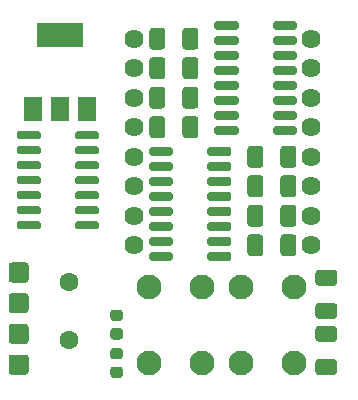
<source format=gbr>
%TF.GenerationSoftware,KiCad,Pcbnew,5.1.6*%
%TF.CreationDate,2020-06-28T23:45:08-05:00*%
%TF.ProjectId,watchKiCad,77617463-684b-4694-9361-642e6b696361,0*%
%TF.SameCoordinates,Original*%
%TF.FileFunction,Soldermask,Top*%
%TF.FilePolarity,Negative*%
%FSLAX46Y46*%
G04 Gerber Fmt 4.6, Leading zero omitted, Abs format (unit mm)*
G04 Created by KiCad (PCBNEW 5.1.6) date 2020-06-28 23:45:08*
%MOMM*%
%LPD*%
G01*
G04 APERTURE LIST*
%ADD10C,1.624000*%
%ADD11C,2.100000*%
%ADD12R,3.900000X2.100000*%
%ADD13R,1.600000X2.100000*%
%ADD14C,1.600000*%
G04 APERTURE END LIST*
%TO.C,REF\u002A\u002A*%
G36*
G01*
X127300000Y-114584800D02*
X127300000Y-113415200D01*
G75*
G02*
X127565200Y-113150000I265200J0D01*
G01*
X128734800Y-113150000D01*
G75*
G02*
X129000000Y-113415200I0J-265200D01*
G01*
X129000000Y-114584800D01*
G75*
G02*
X128734800Y-114850000I-265200J0D01*
G01*
X127565200Y-114850000D01*
G75*
G02*
X127300000Y-114584800I0J265200D01*
G01*
G37*
%TD*%
%TO.C,REF\u002A\u002A*%
G36*
G01*
X127300000Y-117184800D02*
X127300000Y-116015200D01*
G75*
G02*
X127565200Y-115750000I265200J0D01*
G01*
X128734800Y-115750000D01*
G75*
G02*
X129000000Y-116015200I0J-265200D01*
G01*
X129000000Y-117184800D01*
G75*
G02*
X128734800Y-117450000I-265200J0D01*
G01*
X127565200Y-117450000D01*
G75*
G02*
X127300000Y-117184800I0J265200D01*
G01*
G37*
%TD*%
%TO.C,REF\u002A\u002A*%
G36*
G01*
X127300000Y-119784800D02*
X127300000Y-118615200D01*
G75*
G02*
X127565200Y-118350000I265200J0D01*
G01*
X128734800Y-118350000D01*
G75*
G02*
X129000000Y-118615200I0J-265200D01*
G01*
X129000000Y-119784800D01*
G75*
G02*
X128734800Y-120050000I-265200J0D01*
G01*
X127565200Y-120050000D01*
G75*
G02*
X127300000Y-119784800I0J265200D01*
G01*
G37*
%TD*%
%TO.C,REF\u002A\u002A*%
G36*
G01*
X127300000Y-122384800D02*
X127300000Y-121215200D01*
G75*
G02*
X127565200Y-120950000I265200J0D01*
G01*
X128734800Y-120950000D01*
G75*
G02*
X129000000Y-121215200I0J-265200D01*
G01*
X129000000Y-122384800D01*
G75*
G02*
X128734800Y-122650000I-265200J0D01*
G01*
X127565200Y-122650000D01*
G75*
G02*
X127300000Y-122384800I0J265200D01*
G01*
G37*
%TD*%
%TO.C,U2*%
G36*
G01*
X127975000Y-102565000D02*
X127975000Y-102215000D01*
G75*
G02*
X128150000Y-102040000I175000J0D01*
G01*
X129850000Y-102040000D01*
G75*
G02*
X130025000Y-102215000I0J-175000D01*
G01*
X130025000Y-102565000D01*
G75*
G02*
X129850000Y-102740000I-175000J0D01*
G01*
X128150000Y-102740000D01*
G75*
G02*
X127975000Y-102565000I0J175000D01*
G01*
G37*
G36*
G01*
X127975000Y-103835000D02*
X127975000Y-103485000D01*
G75*
G02*
X128150000Y-103310000I175000J0D01*
G01*
X129850000Y-103310000D01*
G75*
G02*
X130025000Y-103485000I0J-175000D01*
G01*
X130025000Y-103835000D01*
G75*
G02*
X129850000Y-104010000I-175000J0D01*
G01*
X128150000Y-104010000D01*
G75*
G02*
X127975000Y-103835000I0J175000D01*
G01*
G37*
G36*
G01*
X127975000Y-105105000D02*
X127975000Y-104755000D01*
G75*
G02*
X128150000Y-104580000I175000J0D01*
G01*
X129850000Y-104580000D01*
G75*
G02*
X130025000Y-104755000I0J-175000D01*
G01*
X130025000Y-105105000D01*
G75*
G02*
X129850000Y-105280000I-175000J0D01*
G01*
X128150000Y-105280000D01*
G75*
G02*
X127975000Y-105105000I0J175000D01*
G01*
G37*
G36*
G01*
X127975000Y-106375000D02*
X127975000Y-106025000D01*
G75*
G02*
X128150000Y-105850000I175000J0D01*
G01*
X129850000Y-105850000D01*
G75*
G02*
X130025000Y-106025000I0J-175000D01*
G01*
X130025000Y-106375000D01*
G75*
G02*
X129850000Y-106550000I-175000J0D01*
G01*
X128150000Y-106550000D01*
G75*
G02*
X127975000Y-106375000I0J175000D01*
G01*
G37*
G36*
G01*
X127975000Y-107645000D02*
X127975000Y-107295000D01*
G75*
G02*
X128150000Y-107120000I175000J0D01*
G01*
X129850000Y-107120000D01*
G75*
G02*
X130025000Y-107295000I0J-175000D01*
G01*
X130025000Y-107645000D01*
G75*
G02*
X129850000Y-107820000I-175000J0D01*
G01*
X128150000Y-107820000D01*
G75*
G02*
X127975000Y-107645000I0J175000D01*
G01*
G37*
G36*
G01*
X127975000Y-108915000D02*
X127975000Y-108565000D01*
G75*
G02*
X128150000Y-108390000I175000J0D01*
G01*
X129850000Y-108390000D01*
G75*
G02*
X130025000Y-108565000I0J-175000D01*
G01*
X130025000Y-108915000D01*
G75*
G02*
X129850000Y-109090000I-175000J0D01*
G01*
X128150000Y-109090000D01*
G75*
G02*
X127975000Y-108915000I0J175000D01*
G01*
G37*
G36*
G01*
X127975000Y-110185000D02*
X127975000Y-109835000D01*
G75*
G02*
X128150000Y-109660000I175000J0D01*
G01*
X129850000Y-109660000D01*
G75*
G02*
X130025000Y-109835000I0J-175000D01*
G01*
X130025000Y-110185000D01*
G75*
G02*
X129850000Y-110360000I-175000J0D01*
G01*
X128150000Y-110360000D01*
G75*
G02*
X127975000Y-110185000I0J175000D01*
G01*
G37*
G36*
G01*
X132925000Y-110185000D02*
X132925000Y-109835000D01*
G75*
G02*
X133100000Y-109660000I175000J0D01*
G01*
X134800000Y-109660000D01*
G75*
G02*
X134975000Y-109835000I0J-175000D01*
G01*
X134975000Y-110185000D01*
G75*
G02*
X134800000Y-110360000I-175000J0D01*
G01*
X133100000Y-110360000D01*
G75*
G02*
X132925000Y-110185000I0J175000D01*
G01*
G37*
G36*
G01*
X132925000Y-108915000D02*
X132925000Y-108565000D01*
G75*
G02*
X133100000Y-108390000I175000J0D01*
G01*
X134800000Y-108390000D01*
G75*
G02*
X134975000Y-108565000I0J-175000D01*
G01*
X134975000Y-108915000D01*
G75*
G02*
X134800000Y-109090000I-175000J0D01*
G01*
X133100000Y-109090000D01*
G75*
G02*
X132925000Y-108915000I0J175000D01*
G01*
G37*
G36*
G01*
X132925000Y-107645000D02*
X132925000Y-107295000D01*
G75*
G02*
X133100000Y-107120000I175000J0D01*
G01*
X134800000Y-107120000D01*
G75*
G02*
X134975000Y-107295000I0J-175000D01*
G01*
X134975000Y-107645000D01*
G75*
G02*
X134800000Y-107820000I-175000J0D01*
G01*
X133100000Y-107820000D01*
G75*
G02*
X132925000Y-107645000I0J175000D01*
G01*
G37*
G36*
G01*
X132925000Y-106375000D02*
X132925000Y-106025000D01*
G75*
G02*
X133100000Y-105850000I175000J0D01*
G01*
X134800000Y-105850000D01*
G75*
G02*
X134975000Y-106025000I0J-175000D01*
G01*
X134975000Y-106375000D01*
G75*
G02*
X134800000Y-106550000I-175000J0D01*
G01*
X133100000Y-106550000D01*
G75*
G02*
X132925000Y-106375000I0J175000D01*
G01*
G37*
G36*
G01*
X132925000Y-105105000D02*
X132925000Y-104755000D01*
G75*
G02*
X133100000Y-104580000I175000J0D01*
G01*
X134800000Y-104580000D01*
G75*
G02*
X134975000Y-104755000I0J-175000D01*
G01*
X134975000Y-105105000D01*
G75*
G02*
X134800000Y-105280000I-175000J0D01*
G01*
X133100000Y-105280000D01*
G75*
G02*
X132925000Y-105105000I0J175000D01*
G01*
G37*
G36*
G01*
X132925000Y-103835000D02*
X132925000Y-103485000D01*
G75*
G02*
X133100000Y-103310000I175000J0D01*
G01*
X134800000Y-103310000D01*
G75*
G02*
X134975000Y-103485000I0J-175000D01*
G01*
X134975000Y-103835000D01*
G75*
G02*
X134800000Y-104010000I-175000J0D01*
G01*
X133100000Y-104010000D01*
G75*
G02*
X132925000Y-103835000I0J175000D01*
G01*
G37*
G36*
G01*
X132925000Y-102565000D02*
X132925000Y-102215000D01*
G75*
G02*
X133100000Y-102040000I175000J0D01*
G01*
X134800000Y-102040000D01*
G75*
G02*
X134975000Y-102215000I0J-175000D01*
G01*
X134975000Y-102565000D01*
G75*
G02*
X134800000Y-102740000I-175000J0D01*
G01*
X133100000Y-102740000D01*
G75*
G02*
X132925000Y-102565000I0J175000D01*
G01*
G37*
%TD*%
D10*
%TO.C,U5*%
X137950000Y-94200000D03*
X137950000Y-96700000D03*
X137950000Y-99200000D03*
X137950000Y-101700000D03*
X137950000Y-104200000D03*
X137950000Y-106700000D03*
X137950000Y-109200000D03*
X137950000Y-111700000D03*
X152950000Y-111700000D03*
X152950000Y-109200000D03*
X152950000Y-106700000D03*
X152950000Y-104200000D03*
X152950000Y-101700000D03*
X152950000Y-99200000D03*
X152950000Y-96700000D03*
X152950000Y-94200000D03*
%TD*%
D11*
%TO.C,SW1*%
X139200000Y-115200000D03*
X143700000Y-115200000D03*
X139200000Y-121700000D03*
X143700000Y-121700000D03*
%TD*%
%TO.C,SW2*%
X146950000Y-115200000D03*
X151450000Y-115200000D03*
X146950000Y-121700000D03*
X151450000Y-121700000D03*
%TD*%
%TO.C,C1*%
G36*
G01*
X136731250Y-122937500D02*
X136168750Y-122937500D01*
G75*
G02*
X135925000Y-122693750I0J243750D01*
G01*
X135925000Y-122206250D01*
G75*
G02*
X136168750Y-121962500I243750J0D01*
G01*
X136731250Y-121962500D01*
G75*
G02*
X136975000Y-122206250I0J-243750D01*
G01*
X136975000Y-122693750D01*
G75*
G02*
X136731250Y-122937500I-243750J0D01*
G01*
G37*
G36*
G01*
X136731250Y-121362500D02*
X136168750Y-121362500D01*
G75*
G02*
X135925000Y-121118750I0J243750D01*
G01*
X135925000Y-120631250D01*
G75*
G02*
X136168750Y-120387500I243750J0D01*
G01*
X136731250Y-120387500D01*
G75*
G02*
X136975000Y-120631250I0J-243750D01*
G01*
X136975000Y-121118750D01*
G75*
G02*
X136731250Y-121362500I-243750J0D01*
G01*
G37*
%TD*%
%TO.C,C2*%
G36*
G01*
X136168750Y-118712500D02*
X136731250Y-118712500D01*
G75*
G02*
X136975000Y-118956250I0J-243750D01*
G01*
X136975000Y-119443750D01*
G75*
G02*
X136731250Y-119687500I-243750J0D01*
G01*
X136168750Y-119687500D01*
G75*
G02*
X135925000Y-119443750I0J243750D01*
G01*
X135925000Y-118956250D01*
G75*
G02*
X136168750Y-118712500I243750J0D01*
G01*
G37*
G36*
G01*
X136168750Y-117137500D02*
X136731250Y-117137500D01*
G75*
G02*
X136975000Y-117381250I0J-243750D01*
G01*
X136975000Y-117868750D01*
G75*
G02*
X136731250Y-118112500I-243750J0D01*
G01*
X136168750Y-118112500D01*
G75*
G02*
X135925000Y-117868750I0J243750D01*
G01*
X135925000Y-117381250D01*
G75*
G02*
X136168750Y-117137500I243750J0D01*
G01*
G37*
%TD*%
%TO.C,R1*%
G36*
G01*
X154855000Y-122675000D02*
X153545000Y-122675000D01*
G75*
G02*
X153275000Y-122405000I0J270000D01*
G01*
X153275000Y-121595000D01*
G75*
G02*
X153545000Y-121325000I270000J0D01*
G01*
X154855000Y-121325000D01*
G75*
G02*
X155125000Y-121595000I0J-270000D01*
G01*
X155125000Y-122405000D01*
G75*
G02*
X154855000Y-122675000I-270000J0D01*
G01*
G37*
G36*
G01*
X154855000Y-119875000D02*
X153545000Y-119875000D01*
G75*
G02*
X153275000Y-119605000I0J270000D01*
G01*
X153275000Y-118795000D01*
G75*
G02*
X153545000Y-118525000I270000J0D01*
G01*
X154855000Y-118525000D01*
G75*
G02*
X155125000Y-118795000I0J-270000D01*
G01*
X155125000Y-119605000D01*
G75*
G02*
X154855000Y-119875000I-270000J0D01*
G01*
G37*
%TD*%
%TO.C,R2*%
G36*
G01*
X153545000Y-116575000D02*
X154855000Y-116575000D01*
G75*
G02*
X155125000Y-116845000I0J-270000D01*
G01*
X155125000Y-117655000D01*
G75*
G02*
X154855000Y-117925000I-270000J0D01*
G01*
X153545000Y-117925000D01*
G75*
G02*
X153275000Y-117655000I0J270000D01*
G01*
X153275000Y-116845000D01*
G75*
G02*
X153545000Y-116575000I270000J0D01*
G01*
G37*
G36*
G01*
X153545000Y-113775000D02*
X154855000Y-113775000D01*
G75*
G02*
X155125000Y-114045000I0J-270000D01*
G01*
X155125000Y-114855000D01*
G75*
G02*
X154855000Y-115125000I-270000J0D01*
G01*
X153545000Y-115125000D01*
G75*
G02*
X153275000Y-114855000I0J270000D01*
G01*
X153275000Y-114045000D01*
G75*
G02*
X153545000Y-113775000I270000J0D01*
G01*
G37*
%TD*%
%TO.C,R3*%
G36*
G01*
X142025000Y-94855000D02*
X142025000Y-93545000D01*
G75*
G02*
X142295000Y-93275000I270000J0D01*
G01*
X143105000Y-93275000D01*
G75*
G02*
X143375000Y-93545000I0J-270000D01*
G01*
X143375000Y-94855000D01*
G75*
G02*
X143105000Y-95125000I-270000J0D01*
G01*
X142295000Y-95125000D01*
G75*
G02*
X142025000Y-94855000I0J270000D01*
G01*
G37*
G36*
G01*
X139225000Y-94855000D02*
X139225000Y-93545000D01*
G75*
G02*
X139495000Y-93275000I270000J0D01*
G01*
X140305000Y-93275000D01*
G75*
G02*
X140575000Y-93545000I0J-270000D01*
G01*
X140575000Y-94855000D01*
G75*
G02*
X140305000Y-95125000I-270000J0D01*
G01*
X139495000Y-95125000D01*
G75*
G02*
X139225000Y-94855000I0J270000D01*
G01*
G37*
%TD*%
%TO.C,R4*%
G36*
G01*
X139225000Y-97355000D02*
X139225000Y-96045000D01*
G75*
G02*
X139495000Y-95775000I270000J0D01*
G01*
X140305000Y-95775000D01*
G75*
G02*
X140575000Y-96045000I0J-270000D01*
G01*
X140575000Y-97355000D01*
G75*
G02*
X140305000Y-97625000I-270000J0D01*
G01*
X139495000Y-97625000D01*
G75*
G02*
X139225000Y-97355000I0J270000D01*
G01*
G37*
G36*
G01*
X142025000Y-97355000D02*
X142025000Y-96045000D01*
G75*
G02*
X142295000Y-95775000I270000J0D01*
G01*
X143105000Y-95775000D01*
G75*
G02*
X143375000Y-96045000I0J-270000D01*
G01*
X143375000Y-97355000D01*
G75*
G02*
X143105000Y-97625000I-270000J0D01*
G01*
X142295000Y-97625000D01*
G75*
G02*
X142025000Y-97355000I0J270000D01*
G01*
G37*
%TD*%
%TO.C,R5*%
G36*
G01*
X143375000Y-98545000D02*
X143375000Y-99855000D01*
G75*
G02*
X143105000Y-100125000I-270000J0D01*
G01*
X142295000Y-100125000D01*
G75*
G02*
X142025000Y-99855000I0J270000D01*
G01*
X142025000Y-98545000D01*
G75*
G02*
X142295000Y-98275000I270000J0D01*
G01*
X143105000Y-98275000D01*
G75*
G02*
X143375000Y-98545000I0J-270000D01*
G01*
G37*
G36*
G01*
X140575000Y-98545000D02*
X140575000Y-99855000D01*
G75*
G02*
X140305000Y-100125000I-270000J0D01*
G01*
X139495000Y-100125000D01*
G75*
G02*
X139225000Y-99855000I0J270000D01*
G01*
X139225000Y-98545000D01*
G75*
G02*
X139495000Y-98275000I270000J0D01*
G01*
X140305000Y-98275000D01*
G75*
G02*
X140575000Y-98545000I0J-270000D01*
G01*
G37*
%TD*%
%TO.C,R6*%
G36*
G01*
X140575000Y-101045000D02*
X140575000Y-102355000D01*
G75*
G02*
X140305000Y-102625000I-270000J0D01*
G01*
X139495000Y-102625000D01*
G75*
G02*
X139225000Y-102355000I0J270000D01*
G01*
X139225000Y-101045000D01*
G75*
G02*
X139495000Y-100775000I270000J0D01*
G01*
X140305000Y-100775000D01*
G75*
G02*
X140575000Y-101045000I0J-270000D01*
G01*
G37*
G36*
G01*
X143375000Y-101045000D02*
X143375000Y-102355000D01*
G75*
G02*
X143105000Y-102625000I-270000J0D01*
G01*
X142295000Y-102625000D01*
G75*
G02*
X142025000Y-102355000I0J270000D01*
G01*
X142025000Y-101045000D01*
G75*
G02*
X142295000Y-100775000I270000J0D01*
G01*
X143105000Y-100775000D01*
G75*
G02*
X143375000Y-101045000I0J-270000D01*
G01*
G37*
%TD*%
%TO.C,R7*%
G36*
G01*
X151675000Y-103545000D02*
X151675000Y-104855000D01*
G75*
G02*
X151405000Y-105125000I-270000J0D01*
G01*
X150595000Y-105125000D01*
G75*
G02*
X150325000Y-104855000I0J270000D01*
G01*
X150325000Y-103545000D01*
G75*
G02*
X150595000Y-103275000I270000J0D01*
G01*
X151405000Y-103275000D01*
G75*
G02*
X151675000Y-103545000I0J-270000D01*
G01*
G37*
G36*
G01*
X148875000Y-103545000D02*
X148875000Y-104855000D01*
G75*
G02*
X148605000Y-105125000I-270000J0D01*
G01*
X147795000Y-105125000D01*
G75*
G02*
X147525000Y-104855000I0J270000D01*
G01*
X147525000Y-103545000D01*
G75*
G02*
X147795000Y-103275000I270000J0D01*
G01*
X148605000Y-103275000D01*
G75*
G02*
X148875000Y-103545000I0J-270000D01*
G01*
G37*
%TD*%
%TO.C,R8*%
G36*
G01*
X151675000Y-106045000D02*
X151675000Y-107355000D01*
G75*
G02*
X151405000Y-107625000I-270000J0D01*
G01*
X150595000Y-107625000D01*
G75*
G02*
X150325000Y-107355000I0J270000D01*
G01*
X150325000Y-106045000D01*
G75*
G02*
X150595000Y-105775000I270000J0D01*
G01*
X151405000Y-105775000D01*
G75*
G02*
X151675000Y-106045000I0J-270000D01*
G01*
G37*
G36*
G01*
X148875000Y-106045000D02*
X148875000Y-107355000D01*
G75*
G02*
X148605000Y-107625000I-270000J0D01*
G01*
X147795000Y-107625000D01*
G75*
G02*
X147525000Y-107355000I0J270000D01*
G01*
X147525000Y-106045000D01*
G75*
G02*
X147795000Y-105775000I270000J0D01*
G01*
X148605000Y-105775000D01*
G75*
G02*
X148875000Y-106045000I0J-270000D01*
G01*
G37*
%TD*%
%TO.C,R9*%
G36*
G01*
X148875000Y-108545000D02*
X148875000Y-109855000D01*
G75*
G02*
X148605000Y-110125000I-270000J0D01*
G01*
X147795000Y-110125000D01*
G75*
G02*
X147525000Y-109855000I0J270000D01*
G01*
X147525000Y-108545000D01*
G75*
G02*
X147795000Y-108275000I270000J0D01*
G01*
X148605000Y-108275000D01*
G75*
G02*
X148875000Y-108545000I0J-270000D01*
G01*
G37*
G36*
G01*
X151675000Y-108545000D02*
X151675000Y-109855000D01*
G75*
G02*
X151405000Y-110125000I-270000J0D01*
G01*
X150595000Y-110125000D01*
G75*
G02*
X150325000Y-109855000I0J270000D01*
G01*
X150325000Y-108545000D01*
G75*
G02*
X150595000Y-108275000I270000J0D01*
G01*
X151405000Y-108275000D01*
G75*
G02*
X151675000Y-108545000I0J-270000D01*
G01*
G37*
%TD*%
%TO.C,R10*%
G36*
G01*
X148875000Y-111045000D02*
X148875000Y-112355000D01*
G75*
G02*
X148605000Y-112625000I-270000J0D01*
G01*
X147795000Y-112625000D01*
G75*
G02*
X147525000Y-112355000I0J270000D01*
G01*
X147525000Y-111045000D01*
G75*
G02*
X147795000Y-110775000I270000J0D01*
G01*
X148605000Y-110775000D01*
G75*
G02*
X148875000Y-111045000I0J-270000D01*
G01*
G37*
G36*
G01*
X151675000Y-111045000D02*
X151675000Y-112355000D01*
G75*
G02*
X151405000Y-112625000I-270000J0D01*
G01*
X150595000Y-112625000D01*
G75*
G02*
X150325000Y-112355000I0J270000D01*
G01*
X150325000Y-111045000D01*
G75*
G02*
X150595000Y-110775000I270000J0D01*
G01*
X151405000Y-110775000D01*
G75*
G02*
X151675000Y-111045000I0J-270000D01*
G01*
G37*
%TD*%
D12*
%TO.C,U1*%
X131650000Y-93900000D03*
D13*
X131650000Y-100200000D03*
X133950000Y-100200000D03*
X129350000Y-100200000D03*
%TD*%
%TO.C,U3*%
G36*
G01*
X139175000Y-103930000D02*
X139175000Y-103580000D01*
G75*
G02*
X139350000Y-103405000I175000J0D01*
G01*
X141050000Y-103405000D01*
G75*
G02*
X141225000Y-103580000I0J-175000D01*
G01*
X141225000Y-103930000D01*
G75*
G02*
X141050000Y-104105000I-175000J0D01*
G01*
X139350000Y-104105000D01*
G75*
G02*
X139175000Y-103930000I0J175000D01*
G01*
G37*
G36*
G01*
X139175000Y-105200000D02*
X139175000Y-104850000D01*
G75*
G02*
X139350000Y-104675000I175000J0D01*
G01*
X141050000Y-104675000D01*
G75*
G02*
X141225000Y-104850000I0J-175000D01*
G01*
X141225000Y-105200000D01*
G75*
G02*
X141050000Y-105375000I-175000J0D01*
G01*
X139350000Y-105375000D01*
G75*
G02*
X139175000Y-105200000I0J175000D01*
G01*
G37*
G36*
G01*
X139175000Y-106470000D02*
X139175000Y-106120000D01*
G75*
G02*
X139350000Y-105945000I175000J0D01*
G01*
X141050000Y-105945000D01*
G75*
G02*
X141225000Y-106120000I0J-175000D01*
G01*
X141225000Y-106470000D01*
G75*
G02*
X141050000Y-106645000I-175000J0D01*
G01*
X139350000Y-106645000D01*
G75*
G02*
X139175000Y-106470000I0J175000D01*
G01*
G37*
G36*
G01*
X139175000Y-107740000D02*
X139175000Y-107390000D01*
G75*
G02*
X139350000Y-107215000I175000J0D01*
G01*
X141050000Y-107215000D01*
G75*
G02*
X141225000Y-107390000I0J-175000D01*
G01*
X141225000Y-107740000D01*
G75*
G02*
X141050000Y-107915000I-175000J0D01*
G01*
X139350000Y-107915000D01*
G75*
G02*
X139175000Y-107740000I0J175000D01*
G01*
G37*
G36*
G01*
X139175000Y-109010000D02*
X139175000Y-108660000D01*
G75*
G02*
X139350000Y-108485000I175000J0D01*
G01*
X141050000Y-108485000D01*
G75*
G02*
X141225000Y-108660000I0J-175000D01*
G01*
X141225000Y-109010000D01*
G75*
G02*
X141050000Y-109185000I-175000J0D01*
G01*
X139350000Y-109185000D01*
G75*
G02*
X139175000Y-109010000I0J175000D01*
G01*
G37*
G36*
G01*
X139175000Y-110280000D02*
X139175000Y-109930000D01*
G75*
G02*
X139350000Y-109755000I175000J0D01*
G01*
X141050000Y-109755000D01*
G75*
G02*
X141225000Y-109930000I0J-175000D01*
G01*
X141225000Y-110280000D01*
G75*
G02*
X141050000Y-110455000I-175000J0D01*
G01*
X139350000Y-110455000D01*
G75*
G02*
X139175000Y-110280000I0J175000D01*
G01*
G37*
G36*
G01*
X139175000Y-111550000D02*
X139175000Y-111200000D01*
G75*
G02*
X139350000Y-111025000I175000J0D01*
G01*
X141050000Y-111025000D01*
G75*
G02*
X141225000Y-111200000I0J-175000D01*
G01*
X141225000Y-111550000D01*
G75*
G02*
X141050000Y-111725000I-175000J0D01*
G01*
X139350000Y-111725000D01*
G75*
G02*
X139175000Y-111550000I0J175000D01*
G01*
G37*
G36*
G01*
X139175000Y-112820000D02*
X139175000Y-112470000D01*
G75*
G02*
X139350000Y-112295000I175000J0D01*
G01*
X141050000Y-112295000D01*
G75*
G02*
X141225000Y-112470000I0J-175000D01*
G01*
X141225000Y-112820000D01*
G75*
G02*
X141050000Y-112995000I-175000J0D01*
G01*
X139350000Y-112995000D01*
G75*
G02*
X139175000Y-112820000I0J175000D01*
G01*
G37*
G36*
G01*
X144125000Y-112820000D02*
X144125000Y-112470000D01*
G75*
G02*
X144300000Y-112295000I175000J0D01*
G01*
X146000000Y-112295000D01*
G75*
G02*
X146175000Y-112470000I0J-175000D01*
G01*
X146175000Y-112820000D01*
G75*
G02*
X146000000Y-112995000I-175000J0D01*
G01*
X144300000Y-112995000D01*
G75*
G02*
X144125000Y-112820000I0J175000D01*
G01*
G37*
G36*
G01*
X144125000Y-111550000D02*
X144125000Y-111200000D01*
G75*
G02*
X144300000Y-111025000I175000J0D01*
G01*
X146000000Y-111025000D01*
G75*
G02*
X146175000Y-111200000I0J-175000D01*
G01*
X146175000Y-111550000D01*
G75*
G02*
X146000000Y-111725000I-175000J0D01*
G01*
X144300000Y-111725000D01*
G75*
G02*
X144125000Y-111550000I0J175000D01*
G01*
G37*
G36*
G01*
X144125000Y-110280000D02*
X144125000Y-109930000D01*
G75*
G02*
X144300000Y-109755000I175000J0D01*
G01*
X146000000Y-109755000D01*
G75*
G02*
X146175000Y-109930000I0J-175000D01*
G01*
X146175000Y-110280000D01*
G75*
G02*
X146000000Y-110455000I-175000J0D01*
G01*
X144300000Y-110455000D01*
G75*
G02*
X144125000Y-110280000I0J175000D01*
G01*
G37*
G36*
G01*
X144125000Y-109010000D02*
X144125000Y-108660000D01*
G75*
G02*
X144300000Y-108485000I175000J0D01*
G01*
X146000000Y-108485000D01*
G75*
G02*
X146175000Y-108660000I0J-175000D01*
G01*
X146175000Y-109010000D01*
G75*
G02*
X146000000Y-109185000I-175000J0D01*
G01*
X144300000Y-109185000D01*
G75*
G02*
X144125000Y-109010000I0J175000D01*
G01*
G37*
G36*
G01*
X144125000Y-107740000D02*
X144125000Y-107390000D01*
G75*
G02*
X144300000Y-107215000I175000J0D01*
G01*
X146000000Y-107215000D01*
G75*
G02*
X146175000Y-107390000I0J-175000D01*
G01*
X146175000Y-107740000D01*
G75*
G02*
X146000000Y-107915000I-175000J0D01*
G01*
X144300000Y-107915000D01*
G75*
G02*
X144125000Y-107740000I0J175000D01*
G01*
G37*
G36*
G01*
X144125000Y-106470000D02*
X144125000Y-106120000D01*
G75*
G02*
X144300000Y-105945000I175000J0D01*
G01*
X146000000Y-105945000D01*
G75*
G02*
X146175000Y-106120000I0J-175000D01*
G01*
X146175000Y-106470000D01*
G75*
G02*
X146000000Y-106645000I-175000J0D01*
G01*
X144300000Y-106645000D01*
G75*
G02*
X144125000Y-106470000I0J175000D01*
G01*
G37*
G36*
G01*
X144125000Y-105200000D02*
X144125000Y-104850000D01*
G75*
G02*
X144300000Y-104675000I175000J0D01*
G01*
X146000000Y-104675000D01*
G75*
G02*
X146175000Y-104850000I0J-175000D01*
G01*
X146175000Y-105200000D01*
G75*
G02*
X146000000Y-105375000I-175000J0D01*
G01*
X144300000Y-105375000D01*
G75*
G02*
X144125000Y-105200000I0J175000D01*
G01*
G37*
G36*
G01*
X144125000Y-103930000D02*
X144125000Y-103580000D01*
G75*
G02*
X144300000Y-103405000I175000J0D01*
G01*
X146000000Y-103405000D01*
G75*
G02*
X146175000Y-103580000I0J-175000D01*
G01*
X146175000Y-103930000D01*
G75*
G02*
X146000000Y-104105000I-175000J0D01*
G01*
X144300000Y-104105000D01*
G75*
G02*
X144125000Y-103930000I0J175000D01*
G01*
G37*
%TD*%
%TO.C,U4*%
G36*
G01*
X146775000Y-101795000D02*
X146775000Y-102145000D01*
G75*
G02*
X146600000Y-102320000I-175000J0D01*
G01*
X144900000Y-102320000D01*
G75*
G02*
X144725000Y-102145000I0J175000D01*
G01*
X144725000Y-101795000D01*
G75*
G02*
X144900000Y-101620000I175000J0D01*
G01*
X146600000Y-101620000D01*
G75*
G02*
X146775000Y-101795000I0J-175000D01*
G01*
G37*
G36*
G01*
X146775000Y-100525000D02*
X146775000Y-100875000D01*
G75*
G02*
X146600000Y-101050000I-175000J0D01*
G01*
X144900000Y-101050000D01*
G75*
G02*
X144725000Y-100875000I0J175000D01*
G01*
X144725000Y-100525000D01*
G75*
G02*
X144900000Y-100350000I175000J0D01*
G01*
X146600000Y-100350000D01*
G75*
G02*
X146775000Y-100525000I0J-175000D01*
G01*
G37*
G36*
G01*
X146775000Y-99255000D02*
X146775000Y-99605000D01*
G75*
G02*
X146600000Y-99780000I-175000J0D01*
G01*
X144900000Y-99780000D01*
G75*
G02*
X144725000Y-99605000I0J175000D01*
G01*
X144725000Y-99255000D01*
G75*
G02*
X144900000Y-99080000I175000J0D01*
G01*
X146600000Y-99080000D01*
G75*
G02*
X146775000Y-99255000I0J-175000D01*
G01*
G37*
G36*
G01*
X146775000Y-97985000D02*
X146775000Y-98335000D01*
G75*
G02*
X146600000Y-98510000I-175000J0D01*
G01*
X144900000Y-98510000D01*
G75*
G02*
X144725000Y-98335000I0J175000D01*
G01*
X144725000Y-97985000D01*
G75*
G02*
X144900000Y-97810000I175000J0D01*
G01*
X146600000Y-97810000D01*
G75*
G02*
X146775000Y-97985000I0J-175000D01*
G01*
G37*
G36*
G01*
X146775000Y-96715000D02*
X146775000Y-97065000D01*
G75*
G02*
X146600000Y-97240000I-175000J0D01*
G01*
X144900000Y-97240000D01*
G75*
G02*
X144725000Y-97065000I0J175000D01*
G01*
X144725000Y-96715000D01*
G75*
G02*
X144900000Y-96540000I175000J0D01*
G01*
X146600000Y-96540000D01*
G75*
G02*
X146775000Y-96715000I0J-175000D01*
G01*
G37*
G36*
G01*
X146775000Y-95445000D02*
X146775000Y-95795000D01*
G75*
G02*
X146600000Y-95970000I-175000J0D01*
G01*
X144900000Y-95970000D01*
G75*
G02*
X144725000Y-95795000I0J175000D01*
G01*
X144725000Y-95445000D01*
G75*
G02*
X144900000Y-95270000I175000J0D01*
G01*
X146600000Y-95270000D01*
G75*
G02*
X146775000Y-95445000I0J-175000D01*
G01*
G37*
G36*
G01*
X146775000Y-94175000D02*
X146775000Y-94525000D01*
G75*
G02*
X146600000Y-94700000I-175000J0D01*
G01*
X144900000Y-94700000D01*
G75*
G02*
X144725000Y-94525000I0J175000D01*
G01*
X144725000Y-94175000D01*
G75*
G02*
X144900000Y-94000000I175000J0D01*
G01*
X146600000Y-94000000D01*
G75*
G02*
X146775000Y-94175000I0J-175000D01*
G01*
G37*
G36*
G01*
X146775000Y-92905000D02*
X146775000Y-93255000D01*
G75*
G02*
X146600000Y-93430000I-175000J0D01*
G01*
X144900000Y-93430000D01*
G75*
G02*
X144725000Y-93255000I0J175000D01*
G01*
X144725000Y-92905000D01*
G75*
G02*
X144900000Y-92730000I175000J0D01*
G01*
X146600000Y-92730000D01*
G75*
G02*
X146775000Y-92905000I0J-175000D01*
G01*
G37*
G36*
G01*
X151725000Y-92905000D02*
X151725000Y-93255000D01*
G75*
G02*
X151550000Y-93430000I-175000J0D01*
G01*
X149850000Y-93430000D01*
G75*
G02*
X149675000Y-93255000I0J175000D01*
G01*
X149675000Y-92905000D01*
G75*
G02*
X149850000Y-92730000I175000J0D01*
G01*
X151550000Y-92730000D01*
G75*
G02*
X151725000Y-92905000I0J-175000D01*
G01*
G37*
G36*
G01*
X151725000Y-94175000D02*
X151725000Y-94525000D01*
G75*
G02*
X151550000Y-94700000I-175000J0D01*
G01*
X149850000Y-94700000D01*
G75*
G02*
X149675000Y-94525000I0J175000D01*
G01*
X149675000Y-94175000D01*
G75*
G02*
X149850000Y-94000000I175000J0D01*
G01*
X151550000Y-94000000D01*
G75*
G02*
X151725000Y-94175000I0J-175000D01*
G01*
G37*
G36*
G01*
X151725000Y-95445000D02*
X151725000Y-95795000D01*
G75*
G02*
X151550000Y-95970000I-175000J0D01*
G01*
X149850000Y-95970000D01*
G75*
G02*
X149675000Y-95795000I0J175000D01*
G01*
X149675000Y-95445000D01*
G75*
G02*
X149850000Y-95270000I175000J0D01*
G01*
X151550000Y-95270000D01*
G75*
G02*
X151725000Y-95445000I0J-175000D01*
G01*
G37*
G36*
G01*
X151725000Y-96715000D02*
X151725000Y-97065000D01*
G75*
G02*
X151550000Y-97240000I-175000J0D01*
G01*
X149850000Y-97240000D01*
G75*
G02*
X149675000Y-97065000I0J175000D01*
G01*
X149675000Y-96715000D01*
G75*
G02*
X149850000Y-96540000I175000J0D01*
G01*
X151550000Y-96540000D01*
G75*
G02*
X151725000Y-96715000I0J-175000D01*
G01*
G37*
G36*
G01*
X151725000Y-97985000D02*
X151725000Y-98335000D01*
G75*
G02*
X151550000Y-98510000I-175000J0D01*
G01*
X149850000Y-98510000D01*
G75*
G02*
X149675000Y-98335000I0J175000D01*
G01*
X149675000Y-97985000D01*
G75*
G02*
X149850000Y-97810000I175000J0D01*
G01*
X151550000Y-97810000D01*
G75*
G02*
X151725000Y-97985000I0J-175000D01*
G01*
G37*
G36*
G01*
X151725000Y-99255000D02*
X151725000Y-99605000D01*
G75*
G02*
X151550000Y-99780000I-175000J0D01*
G01*
X149850000Y-99780000D01*
G75*
G02*
X149675000Y-99605000I0J175000D01*
G01*
X149675000Y-99255000D01*
G75*
G02*
X149850000Y-99080000I175000J0D01*
G01*
X151550000Y-99080000D01*
G75*
G02*
X151725000Y-99255000I0J-175000D01*
G01*
G37*
G36*
G01*
X151725000Y-100525000D02*
X151725000Y-100875000D01*
G75*
G02*
X151550000Y-101050000I-175000J0D01*
G01*
X149850000Y-101050000D01*
G75*
G02*
X149675000Y-100875000I0J175000D01*
G01*
X149675000Y-100525000D01*
G75*
G02*
X149850000Y-100350000I175000J0D01*
G01*
X151550000Y-100350000D01*
G75*
G02*
X151725000Y-100525000I0J-175000D01*
G01*
G37*
G36*
G01*
X151725000Y-101795000D02*
X151725000Y-102145000D01*
G75*
G02*
X151550000Y-102320000I-175000J0D01*
G01*
X149850000Y-102320000D01*
G75*
G02*
X149675000Y-102145000I0J175000D01*
G01*
X149675000Y-101795000D01*
G75*
G02*
X149850000Y-101620000I175000J0D01*
G01*
X151550000Y-101620000D01*
G75*
G02*
X151725000Y-101795000I0J-175000D01*
G01*
G37*
%TD*%
D14*
%TO.C,Y1*%
X132450000Y-119700000D03*
X132450000Y-114820000D03*
%TD*%
M02*

</source>
